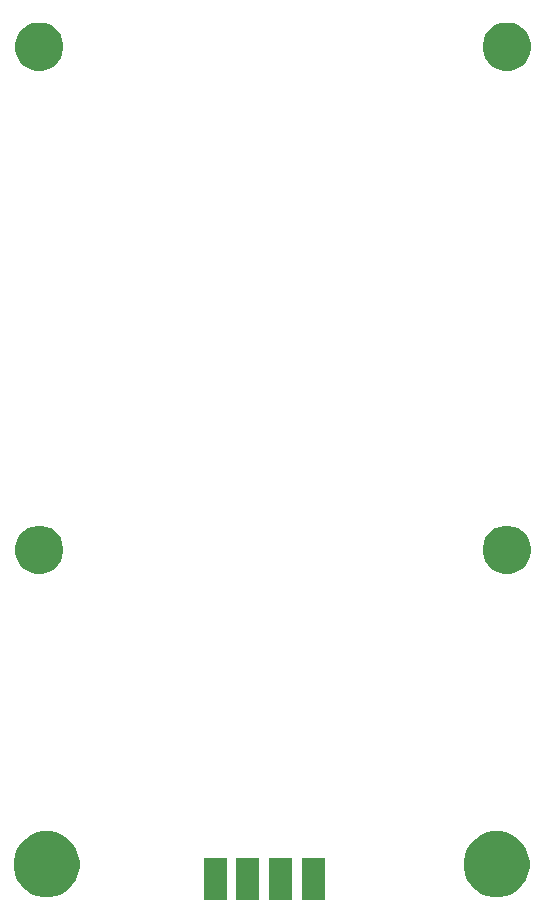
<source format=gbr>
G04 #@! TF.GenerationSoftware,KiCad,Pcbnew,(5.1.2)-1*
G04 #@! TF.CreationDate,2019-06-16T12:12:28+02:00*
G04 #@! TF.ProjectId,STM32CAN,53544d33-3243-4414-9e2e-6b696361645f,rev?*
G04 #@! TF.SameCoordinates,Original*
G04 #@! TF.FileFunction,Soldermask,Bot*
G04 #@! TF.FilePolarity,Negative*
%FSLAX46Y46*%
G04 Gerber Fmt 4.6, Leading zero omitted, Abs format (unit mm)*
G04 Created by KiCad (PCBNEW (5.1.2)-1) date 2019-06-16 12:12:28*
%MOMM*%
%LPD*%
G04 APERTURE LIST*
%ADD10C,0.100000*%
G04 APERTURE END LIST*
D10*
G36*
X40459333Y-91326000D02*
G01*
X38510667Y-91326000D01*
X38510667Y-87744000D01*
X40459333Y-87744000D01*
X40459333Y-91326000D01*
X40459333Y-91326000D01*
G37*
G36*
X43229333Y-91326000D02*
G01*
X41280667Y-91326000D01*
X41280667Y-87744000D01*
X43229333Y-87744000D01*
X43229333Y-91326000D01*
X43229333Y-91326000D01*
G37*
G36*
X37689333Y-91326000D02*
G01*
X35740667Y-91326000D01*
X35740667Y-87744000D01*
X37689333Y-87744000D01*
X37689333Y-91326000D01*
X37689333Y-91326000D01*
G37*
G36*
X34919333Y-91326000D02*
G01*
X32970667Y-91326000D01*
X32970667Y-87744000D01*
X34919333Y-87744000D01*
X34919333Y-91326000D01*
X34919333Y-91326000D01*
G37*
G36*
X20502021Y-85571640D02*
G01*
X21011769Y-85782785D01*
X21011771Y-85782786D01*
X21470534Y-86089321D01*
X21860679Y-86479466D01*
X22167214Y-86938229D01*
X22167215Y-86938231D01*
X22378360Y-87447979D01*
X22486000Y-87989124D01*
X22486000Y-88540876D01*
X22378360Y-89082021D01*
X22167215Y-89591769D01*
X22167214Y-89591771D01*
X21860679Y-90050534D01*
X21470534Y-90440679D01*
X21011771Y-90747214D01*
X21011770Y-90747215D01*
X21011769Y-90747215D01*
X20502021Y-90958360D01*
X19960876Y-91066000D01*
X19409124Y-91066000D01*
X18867979Y-90958360D01*
X18358231Y-90747215D01*
X18358230Y-90747215D01*
X18358229Y-90747214D01*
X17899466Y-90440679D01*
X17509321Y-90050534D01*
X17202786Y-89591771D01*
X17202785Y-89591769D01*
X16991640Y-89082021D01*
X16884000Y-88540876D01*
X16884000Y-87989124D01*
X16991640Y-87447979D01*
X17202785Y-86938231D01*
X17202786Y-86938229D01*
X17509321Y-86479466D01*
X17899466Y-86089321D01*
X18358229Y-85782786D01*
X18358231Y-85782785D01*
X18867979Y-85571640D01*
X19409124Y-85464000D01*
X19960876Y-85464000D01*
X20502021Y-85571640D01*
X20502021Y-85571640D01*
G37*
G36*
X58602021Y-85571640D02*
G01*
X59111769Y-85782785D01*
X59111771Y-85782786D01*
X59570534Y-86089321D01*
X59960679Y-86479466D01*
X60267214Y-86938229D01*
X60267215Y-86938231D01*
X60478360Y-87447979D01*
X60586000Y-87989124D01*
X60586000Y-88540876D01*
X60478360Y-89082021D01*
X60267215Y-89591769D01*
X60267214Y-89591771D01*
X59960679Y-90050534D01*
X59570534Y-90440679D01*
X59111771Y-90747214D01*
X59111770Y-90747215D01*
X59111769Y-90747215D01*
X58602021Y-90958360D01*
X58060876Y-91066000D01*
X57509124Y-91066000D01*
X56967979Y-90958360D01*
X56458231Y-90747215D01*
X56458230Y-90747215D01*
X56458229Y-90747214D01*
X55999466Y-90440679D01*
X55609321Y-90050534D01*
X55302786Y-89591771D01*
X55302785Y-89591769D01*
X55091640Y-89082021D01*
X54984000Y-88540876D01*
X54984000Y-87989124D01*
X55091640Y-87447979D01*
X55302785Y-86938231D01*
X55302786Y-86938229D01*
X55609321Y-86479466D01*
X55999466Y-86089321D01*
X56458229Y-85782786D01*
X56458231Y-85782785D01*
X56967979Y-85571640D01*
X57509124Y-85464000D01*
X58060876Y-85464000D01*
X58602021Y-85571640D01*
X58602021Y-85571640D01*
G37*
G36*
X59248254Y-59677818D02*
G01*
X59621511Y-59832426D01*
X59621513Y-59832427D01*
X59957436Y-60056884D01*
X60243116Y-60342564D01*
X60467574Y-60678489D01*
X60622182Y-61051746D01*
X60701000Y-61447993D01*
X60701000Y-61852007D01*
X60622182Y-62248254D01*
X60467574Y-62621511D01*
X60467573Y-62621513D01*
X60243116Y-62957436D01*
X59957436Y-63243116D01*
X59621513Y-63467573D01*
X59621512Y-63467574D01*
X59621511Y-63467574D01*
X59248254Y-63622182D01*
X58852007Y-63701000D01*
X58447993Y-63701000D01*
X58051746Y-63622182D01*
X57678489Y-63467574D01*
X57678488Y-63467574D01*
X57678487Y-63467573D01*
X57342564Y-63243116D01*
X57056884Y-62957436D01*
X56832427Y-62621513D01*
X56832426Y-62621511D01*
X56677818Y-62248254D01*
X56599000Y-61852007D01*
X56599000Y-61447993D01*
X56677818Y-61051746D01*
X56832426Y-60678489D01*
X57056884Y-60342564D01*
X57342564Y-60056884D01*
X57678487Y-59832427D01*
X57678489Y-59832426D01*
X58051746Y-59677818D01*
X58447993Y-59599000D01*
X58852007Y-59599000D01*
X59248254Y-59677818D01*
X59248254Y-59677818D01*
G37*
G36*
X19648254Y-59677818D02*
G01*
X20021511Y-59832426D01*
X20021513Y-59832427D01*
X20357436Y-60056884D01*
X20643116Y-60342564D01*
X20867574Y-60678489D01*
X21022182Y-61051746D01*
X21101000Y-61447993D01*
X21101000Y-61852007D01*
X21022182Y-62248254D01*
X20867574Y-62621511D01*
X20867573Y-62621513D01*
X20643116Y-62957436D01*
X20357436Y-63243116D01*
X20021513Y-63467573D01*
X20021512Y-63467574D01*
X20021511Y-63467574D01*
X19648254Y-63622182D01*
X19252007Y-63701000D01*
X18847993Y-63701000D01*
X18451746Y-63622182D01*
X18078489Y-63467574D01*
X18078488Y-63467574D01*
X18078487Y-63467573D01*
X17742564Y-63243116D01*
X17456884Y-62957436D01*
X17232427Y-62621513D01*
X17232426Y-62621511D01*
X17077818Y-62248254D01*
X16999000Y-61852007D01*
X16999000Y-61447993D01*
X17077818Y-61051746D01*
X17232426Y-60678489D01*
X17456884Y-60342564D01*
X17742564Y-60056884D01*
X18078487Y-59832427D01*
X18078489Y-59832426D01*
X18451746Y-59677818D01*
X18847993Y-59599000D01*
X19252007Y-59599000D01*
X19648254Y-59677818D01*
X19648254Y-59677818D01*
G37*
G36*
X59248254Y-17077818D02*
G01*
X59621511Y-17232426D01*
X59621513Y-17232427D01*
X59957436Y-17456884D01*
X60243116Y-17742564D01*
X60467574Y-18078489D01*
X60622182Y-18451746D01*
X60701000Y-18847993D01*
X60701000Y-19252007D01*
X60622182Y-19648254D01*
X60467574Y-20021511D01*
X60467573Y-20021513D01*
X60243116Y-20357436D01*
X59957436Y-20643116D01*
X59621513Y-20867573D01*
X59621512Y-20867574D01*
X59621511Y-20867574D01*
X59248254Y-21022182D01*
X58852007Y-21101000D01*
X58447993Y-21101000D01*
X58051746Y-21022182D01*
X57678489Y-20867574D01*
X57678488Y-20867574D01*
X57678487Y-20867573D01*
X57342564Y-20643116D01*
X57056884Y-20357436D01*
X56832427Y-20021513D01*
X56832426Y-20021511D01*
X56677818Y-19648254D01*
X56599000Y-19252007D01*
X56599000Y-18847993D01*
X56677818Y-18451746D01*
X56832426Y-18078489D01*
X57056884Y-17742564D01*
X57342564Y-17456884D01*
X57678487Y-17232427D01*
X57678489Y-17232426D01*
X58051746Y-17077818D01*
X58447993Y-16999000D01*
X58852007Y-16999000D01*
X59248254Y-17077818D01*
X59248254Y-17077818D01*
G37*
G36*
X19648254Y-17077818D02*
G01*
X20021511Y-17232426D01*
X20021513Y-17232427D01*
X20357436Y-17456884D01*
X20643116Y-17742564D01*
X20867574Y-18078489D01*
X21022182Y-18451746D01*
X21101000Y-18847993D01*
X21101000Y-19252007D01*
X21022182Y-19648254D01*
X20867574Y-20021511D01*
X20867573Y-20021513D01*
X20643116Y-20357436D01*
X20357436Y-20643116D01*
X20021513Y-20867573D01*
X20021512Y-20867574D01*
X20021511Y-20867574D01*
X19648254Y-21022182D01*
X19252007Y-21101000D01*
X18847993Y-21101000D01*
X18451746Y-21022182D01*
X18078489Y-20867574D01*
X18078488Y-20867574D01*
X18078487Y-20867573D01*
X17742564Y-20643116D01*
X17456884Y-20357436D01*
X17232427Y-20021513D01*
X17232426Y-20021511D01*
X17077818Y-19648254D01*
X16999000Y-19252007D01*
X16999000Y-18847993D01*
X17077818Y-18451746D01*
X17232426Y-18078489D01*
X17456884Y-17742564D01*
X17742564Y-17456884D01*
X18078487Y-17232427D01*
X18078489Y-17232426D01*
X18451746Y-17077818D01*
X18847993Y-16999000D01*
X19252007Y-16999000D01*
X19648254Y-17077818D01*
X19648254Y-17077818D01*
G37*
M02*

</source>
